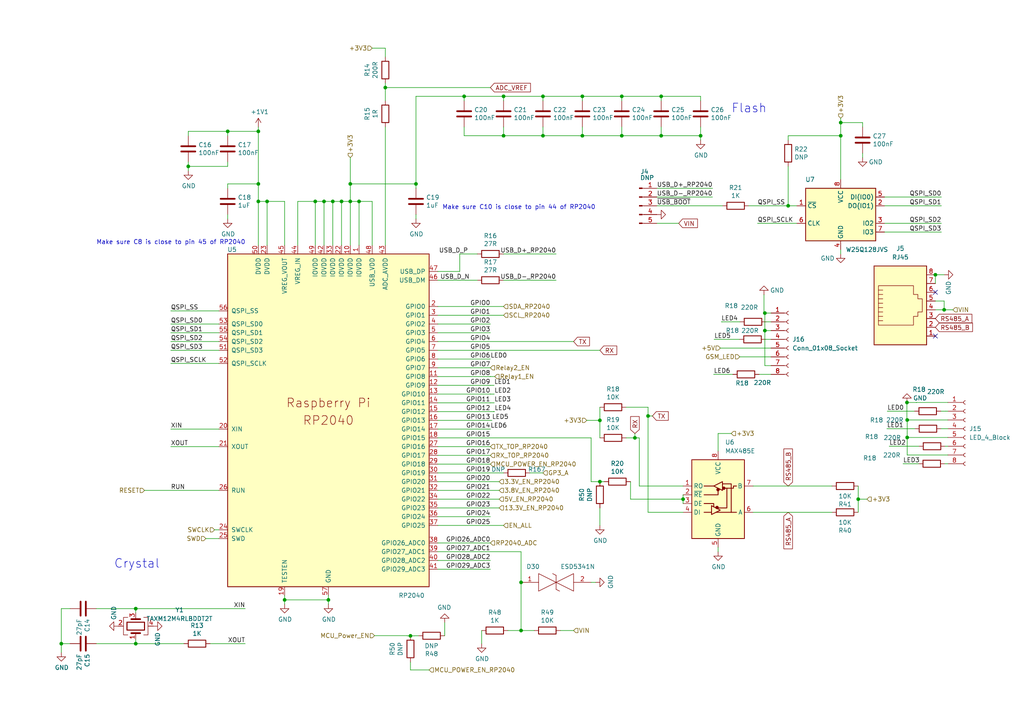
<source format=kicad_sch>
(kicad_sch (version 20231120) (generator "eeschema") (generator_version "7.99")
  (paper "A4")
  (lib_symbols
    (symbol "Connector:Conn_01x05_Male" (pin_names (offset 1.016) hide)
      (property "Reference" "J" (at 0 7.62 0))
      (property "Value" "Conn_01x05_Male" (at 0 -7.62 0))
      (symbol "Conn_01x05_Male_1_1"
        (pin passive line (at 5.08 5.08 180) (length 3.81) (name "Pin_1") (number "1"))
        (pin passive line (at 5.08 2.54 180) (length 3.81) (name "Pin_2") (number "2"))
        (pin passive line (at 5.08 0 180) (length 3.81) (name "Pin_3") (number "3"))
        (pin passive line (at 5.08 -2.54 180) (length 3.81) (name "Pin_4") (number "4"))
        (pin passive line (at 5.08 -5.08 180) (length 3.81) (name "Pin_5") (number "5"))
      )
    )
    (symbol "Connector:Conn_01x08_Socket" (pin_names (offset 1.016) hide)
      (property "Reference" "J" (at 0 10.16 0))
      (property "Value" "Conn_01x08_Socket" (at 0 -12.7 0))
      (symbol "Conn_01x08_Socket_1_1"
        (pin passive line (at -5.08 7.62 0) (length 3.81) (name "Pin_1") (number "1"))
        (pin passive line (at -5.08 5.08 0) (length 3.81) (name "Pin_2") (number "2"))
        (pin passive line (at -5.08 2.54 0) (length 3.81) (name "Pin_3") (number "3"))
        (pin passive line (at -5.08 0 0) (length 3.81) (name "Pin_4") (number "4"))
        (pin passive line (at -5.08 -2.54 0) (length 3.81) (name "Pin_5") (number "5"))
        (pin passive line (at -5.08 -5.08 0) (length 3.81) (name "Pin_6") (number "6"))
        (pin passive line (at -5.08 -7.62 0) (length 3.81) (name "Pin_7") (number "7"))
        (pin passive line (at -5.08 -10.16 0) (length 3.81) (name "Pin_8") (number "8"))
      )
    )
    (symbol "Connector:RJ45" (pin_names (offset 1.016))
      (property "Reference" "J" (at -5.08 13.97 0))
      (property "Value" "RJ45" (at 2.54 13.97 0))
      (symbol "RJ45_1_1"
        (pin passive line (at 10.16 -7.62 180) (length 2.54) (name "~") (number "1"))
        (pin passive line (at 10.16 -5.08 180) (length 2.54) (name "~") (number "2"))
        (pin passive line (at 10.16 -2.54 180) (length 2.54) (name "~") (number "3"))
        (pin passive line (at 10.16 0 180) (length 2.54) (name "~") (number "4"))
        (pin passive line (at 10.16 2.54 180) (length 2.54) (name "~") (number "5"))
        (pin passive line (at 10.16 5.08 180) (length 2.54) (name "~") (number "6"))
        (pin passive line (at 10.16 7.62 180) (length 2.54) (name "~") (number "7"))
        (pin passive line (at 10.16 10.16 180) (length 2.54) (name "~") (number "8"))
      )
    )
    (symbol "Device:C" (pin_numbers hide) (pin_names (offset 0.254))
      (property "Reference" "C" (at 0.635 2.54 0))
      (property "Value" "C" (at 0.635 -2.54 0))
      (symbol "C_1_1"
        (pin passive line (at 0 3.81 270) (length 2.794) (name "~") (number "1"))
        (pin passive line (at 0 -3.81 90) (length 2.794) (name "~") (number "2"))
      )
    )
    (symbol "Device:Crystal_GND24" (pin_names (offset 1.016) hide)
      (property "Reference" "Y" (at 3.175 5.08 0))
      (property "Value" "Crystal_GND24" (at 3.175 3.175 0))
      (symbol "Crystal_GND24_1_1"
        (pin passive line (at -3.81 0 0) (length 1.27) (name "1") (number "1"))
        (pin passive line (at 0 5.08 270) (length 1.27) (name "2") (number "2"))
        (pin passive line (at 3.81 0 180) (length 1.27) (name "3") (number "3"))
        (pin passive line (at 0 -5.08 90) (length 1.27) (name "4") (number "4"))
      )
    )
    (symbol "Device:R" (pin_numbers hide) (pin_names (offset 0))
      (property "Reference" "R" (at 2.032 0 90))
      (property "Value" "R" (at 0 0 90))
      (symbol "R_1_1"
        (pin passive line (at 0 3.81 270) (length 1.27) (name "~") (number "1"))
        (pin passive line (at 0 -3.81 90) (length 1.27) (name "~") (number "2"))
      )
    )
    (symbol "Interface_UART:MAX485E"
      (property "Reference" "U" (at -6.096 11.43 0))
      (property "Value" "MAX485E" (at 0.762 11.43 0))
      (symbol "MAX485E_1_1"
        (pin output line (at -10.16 2.54 0) (length 2.54) (name "RO") (number "1"))
        (pin input line (at -10.16 0 0) (length 2.54) (name "~{RE}") (number "2"))
        (pin input line (at -10.16 -2.54 0) (length 2.54) (name "DE") (number "3"))
        (pin input line (at -10.16 -5.08 0) (length 2.54) (name "DI") (number "4"))
        (pin power_in line (at 0 -15.24 90) (length 2.54) (name "GND") (number "5"))
        (pin bidirectional line (at 10.16 -5.08 180) (length 2.54) (name "A") (number "6"))
        (pin bidirectional line (at 10.16 2.54 180) (length 2.54) (name "B") (number "7"))
        (pin power_in line (at 0 12.7 270) (length 2.54) (name "VCC") (number "8"))
      )
    )
    (symbol "MCU_RaspberryPi_RP2040:RP2040" (pin_names (offset 1.016))
      (property "Reference" "U" (at -29.21 49.53 0))
      (property "Value" "RP2040" (at 24.13 -49.53 0))
      (symbol "RP2040_0_0"
        (text "Raspberry Pi" (at 0 5.08 0) (effects (font (size 2.54 2.54))))
        (text "RP2040" (at 0 0 0) (effects (font (size 2.54 2.54))))
      )
      (symbol "RP2040_1_1"
        (pin power_in line (at 8.89 50.8 270) (length 2.54) (name "IOVDD") (number "1"))
        (pin power_in line (at 6.35 50.8 270) (length 2.54) (name "IOVDD") (number "10"))
        (pin bidirectional line (at 31.75 12.7 180) (length 2.54) (name "GPIO8") (number "11"))
        (pin bidirectional line (at 31.75 10.16 180) (length 2.54) (name "GPIO9") (number "12"))
        (pin bidirectional line (at 31.75 7.62 180) (length 2.54) (name "GPIO10") (number "13"))
        (pin bidirectional line (at 31.75 5.08 180) (length 2.54) (name "GPIO11") (number "14"))
        (pin bidirectional line (at 31.75 2.54 180) (length 2.54) (name "GPIO12") (number "15"))
        (pin bidirectional line (at 31.75 0 180) (length 2.54) (name "GPIO13") (number "16"))
        (pin bidirectional line (at 31.75 -2.54 180) (length 2.54) (name "GPIO14") (number "17"))
        (pin bidirectional line (at 31.75 -5.08 180) (length 2.54) (name "GPIO15") (number "18"))
        (pin passive line (at -12.7 -50.8 90) (length 2.54) (name "TESTEN") (number "19"))
        (pin bidirectional line (at 31.75 33.02 180) (length 2.54) (name "GPIO0") (number "2"))
        (pin input line (at -31.75 -2.54 0) (length 2.54) (name "XIN") (number "20"))
        (pin passive line (at -31.75 -7.62 0) (length 2.54) (name "XOUT") (number "21"))
        (pin power_in line (at 3.81 50.8 270) (length 2.54) (name "IOVDD") (number "22"))
        (pin power_in line (at -17.78 50.8 270) (length 2.54) (name "DVDD") (number "23"))
        (pin output line (at -31.75 -31.75 0) (length 2.54) (name "SWCLK") (number "24"))
        (pin bidirectional line (at -31.75 -34.29 0) (length 2.54) (name "SWD") (number "25"))
        (pin input line (at -31.75 -20.32 0) (length 2.54) (name "RUN") (number "26"))
        (pin bidirectional line (at 31.75 -7.62 180) (length 2.54) (name "GPIO16") (number "27"))
        (pin bidirectional line (at 31.75 -10.16 180) (length 2.54) (name "GPIO17") (number "28"))
        (pin bidirectional line (at 31.75 -12.7 180) (length 2.54) (name "GPIO18") (number "29"))
        (pin bidirectional line (at 31.75 30.48 180) (length 2.54) (name "GPIO1") (number "3"))
        (pin bidirectional line (at 31.75 -15.24 180) (length 2.54) (name "GPIO19") (number "30"))
        (pin bidirectional line (at 31.75 -17.78 180) (length 2.54) (name "GPIO20") (number "31"))
        (pin bidirectional line (at 31.75 -20.32 180) (length 2.54) (name "GPIO21") (number "32"))
        (pin power_in line (at 1.27 50.8 270) (length 2.54) (name "IOVDD") (number "33"))
        (pin bidirectional line (at 31.75 -22.86 180) (length 2.54) (name "GPIO22") (number "34"))
        (pin bidirectional line (at 31.75 -25.4 180) (length 2.54) (name "GPIO23") (number "35"))
        (pin bidirectional line (at 31.75 -27.94 180) (length 2.54) (name "GPIO24") (number "36"))
        (pin bidirectional line (at 31.75 -30.48 180) (length 2.54) (name "GPIO25") (number "37"))
        (pin bidirectional line (at 31.75 -35.56 180) (length 2.54) (name "GPIO26_ADC0") (number "38"))
        (pin bidirectional line (at 31.75 -38.1 180) (length 2.54) (name "GPIO27_ADC1") (number "39"))
        (pin bidirectional line (at 31.75 27.94 180) (length 2.54) (name "GPIO2") (number "4"))
        (pin bidirectional line (at 31.75 -40.64 180) (length 2.54) (name "GPIO28_ADC2") (number "40"))
        (pin bidirectional line (at 31.75 -43.18 180) (length 2.54) (name "GPIO29_ADC3") (number "41"))
        (pin power_in line (at -1.27 50.8 270) (length 2.54) (name "IOVDD") (number "42"))
        (pin power_in line (at 16.51 50.8 270) (length 2.54) (name "ADC_AVDD") (number "43"))
        (pin power_in line (at -8.89 50.8 270) (length 2.54) (name "VREG_IN") (number "44"))
        (pin power_out line (at -12.7 50.8 270) (length 2.54) (name "VREG_VOUT") (number "45"))
        (pin bidirectional line (at 31.75 40.64 180) (length 2.54) (name "USB_DM") (number "46"))
        (pin bidirectional line (at 31.75 43.18 180) (length 2.54) (name "USB_DP") (number "47"))
        (pin power_in line (at 12.7 50.8 270) (length 2.54) (name "USB_VDD") (number "48"))
        (pin power_in line (at -3.81 50.8 270) (length 2.54) (name "IOVDD") (number "49"))
        (pin bidirectional line (at 31.75 25.4 180) (length 2.54) (name "GPIO3") (number "5"))
        (pin power_in line (at -20.32 50.8 270) (length 2.54) (name "DVDD") (number "50"))
        (pin bidirectional line (at -31.75 20.32 0) (length 2.54) (name "QSPI_SD3") (number "51"))
        (pin output line (at -31.75 16.51 0) (length 2.54) (name "QSPI_SCLK") (number "52"))
        (pin bidirectional line (at -31.75 27.94 0) (length 2.54) (name "QSPI_SD0") (number "53"))
        (pin bidirectional line (at -31.75 22.86 0) (length 2.54) (name "QSPI_SD2") (number "54"))
        (pin bidirectional line (at -31.75 25.4 0) (length 2.54) (name "QSPI_SD1") (number "55"))
        (pin bidirectional line (at -31.75 31.75 0) (length 2.54) (name "QSPI_SS") (number "56"))
        (pin power_in line (at 0 -50.8 90) (length 2.54) (name "GND") (number "57"))
        (pin bidirectional line (at 31.75 22.86 180) (length 2.54) (name "GPIO4") (number "6"))
        (pin bidirectional line (at 31.75 20.32 180) (length 2.54) (name "GPIO5") (number "7"))
        (pin bidirectional line (at 31.75 17.78 180) (length 2.54) (name "GPIO6") (number "8"))
        (pin bidirectional line (at 31.75 15.24 180) (length 2.54) (name "GPIO7") (number "9"))
      )
    )
    (symbol "Memory_Flash:W25Q128JVS"
      (property "Reference" "U" (at -8.89 8.89 0))
      (property "Value" "W25Q128JVS" (at 7.62 8.89 0))
      (symbol "W25Q128JVS_1_1"
        (pin input line (at -12.7 2.54 0) (length 2.54) (name "~{CS}") (number "1"))
        (pin bidirectional line (at 12.7 2.54 180) (length 2.54) (name "DO(IO1)") (number "2"))
        (pin bidirectional line (at 12.7 -2.54 180) (length 2.54) (name "IO2") (number "3"))
        (pin power_in line (at 0 -10.16 90) (length 2.54) (name "GND") (number "4"))
        (pin bidirectional line (at 12.7 5.08 180) (length 2.54) (name "DI(IO0)") (number "5"))
        (pin input line (at -12.7 -2.54 0) (length 2.54) (name "CLK") (number "6"))
        (pin bidirectional line (at 12.7 -5.08 180) (length 2.54) (name "IO3") (number "7"))
        (pin power_in line (at 0 10.16 270) (length 2.54) (name "VCC") (number "8"))
      )
    )
    (symbol "SP0402B-ULC-01ETG:SP0402B-ULC-01ETG" (pin_names (offset 0.762))
      (property "Reference" "D" (at 12.7 8.89 0))
      (property "Value" "SP0402B-ULC-01ETG" (at 12.7 6.35 0))
      (symbol "SP0402B-ULC-01ETG_0_0"
        (pin passive line (at 0 0 0) (length 5.08) (name "~") (number "1"))
        (pin passive line (at 20.32 0 180) (length 5.08) (name "~") (number "2"))
      )
    )
    (symbol "power:+1V1" (power) (pin_names (offset 0))
      (property "Value" "+1V1" (at 0 3.556 0))
      (symbol "+1V1_1_1"
        (pin power_in line (at 0 0 90) (length 0) hide (name "+1V1") (number "1"))
      )
    )
    (symbol "power:GND" (power) (pin_names (offset 0))
      (property "Value" "GND" (at 0 -3.81 0))
      (symbol "GND_1_1"
        (pin power_in line (at 0 0 270) (length 0) hide (name "GND") (number "1"))
      )
    )
  )
  (junction (at 111.76 25.4))
  (junction (at 54.61 48.26))
  (junction (at 221.8396 90.8043))
  (junction (at 271.3007 79.6916))
  (junction (at 39.37 186.69))
  (junction (at 151.13 182.88))
  (junction (at 180.34 27.94))
  (junction (at 101.6 58.42))
  (junction (at 263.1254 126.8876))
  (junction (at 273.8407 89.8516))
  (junction (at 95.25 173.99))
  (junction (at 74.93 58.42))
  (junction (at 180.34 39.37))
  (junction (at 221.8396 95.8843))
  (junction (at 263.1254 121.8163))
  (junction (at 17.78 186.69))
  (junction (at 173.99 139.7))
  (junction (at 263.0568 116.7363))
  (junction (at 104.14 58.42))
  (junction (at 187.96 120.65))
  (junction (at 248.92 144.78))
  (junction (at 39.37 176.53))
  (junction (at 93.98 58.42))
  (junction (at 151.13 168.91))
  (junction (at 96.52 58.42))
  (junction (at 82.55 173.99))
  (junction (at 74.93 38.1))
  (junction (at 91.44 58.42))
  (junction (at 168.91 39.37))
  (junction (at 101.6 53.34))
  (junction (at 198.12 144.78))
  (junction (at 134.62 27.94))
  (junction (at 157.48 27.94))
  (junction (at 228.6 59.69))
  (junction (at 66.04 38.1))
  (junction (at 74.93 53.34))
  (junction (at 99.06 58.42))
  (junction (at 191.77 39.37))
  (junction (at 173.99 121.92))
  (junction (at 120.65 53.34))
  (junction (at 191.77 27.94))
  (junction (at 168.91 27.94))
  (junction (at 77.47 58.42))
  (junction (at 119.0481 184.4174))
  (junction (at 146.05 27.94))
  (junction (at 157.48 39.37))
  (junction (at 184.15 127))
  (junction (at 243.84 39.37))
  (junction (at 243.84 35.56))
  (junction (at 203.2 39.37))
  (junction (at 146.05 39.37))
  (no_connect (at 271.3007 97.4716))
  (no_connect (at 271.3007 84.7716))
  (wire (pts (xy 111.76 36.83) (xy 111.76 71.12)))
  (wire (pts (xy 49.53 124.46) (xy 63.5 124.46)))
  (wire (pts (xy 59.69 156.21) (xy 63.5 156.21)))
  (wire (pts (xy 191.77 39.37) (xy 203.2 39.37)))
  (wire (pts (xy 66.04 53.34) (xy 74.93 53.34)))
  (wire (pts (xy 127 160.02) (xy 151.13 160.02)))
  (wire (pts (xy 191.77 27.94) (xy 203.2 27.94)))
  (wire (pts (xy 143.1694 119.3787) (xy 143.1694 119.38)))
  (wire (pts (xy 101.6 58.42) (xy 104.14 58.42)))
  (wire (pts (xy 180.34 27.94) (xy 191.77 27.94)))
  (wire (pts (xy 142.24 114.3018) (xy 142.24 114.3)))
  (wire (pts (xy 143.4165 119.3774) (xy 143.4234 119.3787)))
  (wire (pts (xy 221.8396 90.8043) (xy 221.8396 95.8843)))
  (wire (pts (xy 142.24 109.2128) (xy 142.24 109.22)))
  (wire (pts (xy 82.55 173.99) (xy 95.25 173.99)))
  (wire (pts (xy 142.24 116.8403) (xy 142.24 116.84)))
  (wire (pts (xy 143.3631 116.8403) (xy 142.24 116.8403)))
  (wire (pts (xy 180.34 39.37) (xy 168.91 39.37)))
  (wire (pts (xy 127 149.86) (xy 142.24 149.86)))
  (wire (pts (xy 39.37 186.69) (xy 53.34 186.69)))
  (wire (pts (xy 142.6874 121.92) (xy 127 121.92)))
  (wire (pts (xy 191.77 29.21) (xy 191.77 27.94)))
  (wire (pts (xy 86.36 58.42) (xy 91.44 58.42)))
  (wire (pts (xy 108.6275 184.3647) (xy 118.11 184.3647)))
  (wire (pts (xy 146.05 27.94) (xy 157.48 27.94)))
  (wire (pts (xy 207.0067 108.5843) (xy 212.5516 108.5843)))
  (wire (pts (xy 54.61 46.99) (xy 54.61 48.26)))
  (wire (pts (xy 228.6 48.26) (xy 228.6 59.69)))
  (wire (pts (xy 127 142.24) (xy 144.78 142.24)))
  (wire (pts (xy 127 104.14) (xy 142.24 104.14)))
  (wire (pts (xy 95.25 173.99) (xy 95.25 175.26)))
  (wire (pts (xy 111.76 13.97) (xy 107.95 13.97)))
  (wire (pts (xy 271.3007 79.6916) (xy 271.3007 82.2316)))
  (wire (pts (xy 184.15 125.73) (xy 184.15 127)))
  (wire (pts (xy 272.8769 119.2612) (xy 274.3404 119.2612)))
  (wire (pts (xy 185.42 140.97) (xy 185.42 127)))
  (wire (pts (xy 127 106.68) (xy 142.24 106.68)))
  (wire (pts (xy 27.94 176.53) (xy 39.37 176.53)))
  (wire (pts (xy 120.65 27.94) (xy 120.65 53.34)))
  (wire (pts (xy 143.3159 111.7647) (xy 142.24 111.7647)))
  (wire (pts (xy 101.6 53.34) (xy 101.6 58.42)))
  (wire (pts (xy 153.67 137.16) (xy 157.48 137.16)))
  (wire (pts (xy 208.9282 100.9521) (xy 208.9282 100.9643)))
  (wire (pts (xy 274.9191 116.7276) (xy 265.8174 116.7276)))
  (wire (pts (xy 60.96 186.69) (xy 71.12 186.69)))
  (wire (pts (xy 274.137 129.4276) (xy 274.9191 129.4276)))
  (wire (pts (xy 127 96.52) (xy 142.24 96.52)))
  (wire (pts (xy 207.1393 98.4253) (xy 207.1393 98.4243)))
  (wire (pts (xy 93.98 58.42) (xy 96.52 58.42)))
  (wire (pts (xy 223.6347 95.8843) (xy 221.8396 95.8843)))
  (wire (pts (xy 212.09 125.73) (xy 208.28 125.73)))
  (wire (pts (xy 157.48 27.94) (xy 168.91 27.94)))
  (wire (pts (xy 248.92 144.78) (xy 248.92 148.59)))
  (wire (pts (xy 66.04 54.61) (xy 66.04 53.34)))
  (wire (pts (xy 74.93 53.34) (xy 74.93 58.42)))
  (wire (pts (xy 20.32 176.53) (xy 17.78 176.53)))
  (wire (pts (xy 273.8407 89.8516) (xy 271.3007 89.8516)))
  (wire (pts (xy 203.2 36.83) (xy 203.2 39.37)))
  (wire (pts (xy 99.06 71.12) (xy 99.06 58.42)))
  (wire (pts (xy 142.24 124.4539) (xy 142.24 124.46)))
  (wire (pts (xy 127 144.78) (xy 144.78 144.78)))
  (wire (pts (xy 263.0381 116.7363) (xy 263.0381 121.8163)))
  (wire (pts (xy 127 127) (xy 171.45 127)))
  (wire (pts (xy 180.34 29.21) (xy 180.34 27.94)))
  (wire (pts (xy 171.45 139.7) (xy 173.99 139.7)))
  (wire (pts (xy 146.05 39.37) (xy 134.62 39.37)))
  (wire (pts (xy 221.8396 95.8843) (xy 221.8396 106.0443)))
  (wire (pts (xy 118.11 184.3647) (xy 118.11 184.4174)))
  (wire (pts (xy 111.76 16.51) (xy 111.76 13.97)))
  (wire (pts (xy 221.8396 106.0443) (xy 223.6347 106.0443)))
  (wire (pts (xy 143.1694 119.38) (xy 127 119.38)))
  (wire (pts (xy 63.5 90.17) (xy 49.53 90.17)))
  (wire (pts (xy 274.9191 131.9676) (xy 263.1254 131.9676)))
  (wire (pts (xy 111.76 25.4) (xy 142.24 25.4)))
  (wire (pts (xy 207.0067 108.5876) (xy 207.0067 108.5843)))
  (wire (pts (xy 111.76 25.4) (xy 111.76 24.13)))
  (wire (pts (xy 198.12 144.78) (xy 198.12 146.05)))
  (wire (pts (xy 273.8407 89.8516) (xy 276.3807 89.8516)))
  (wire (pts (xy 222.2145 93.3443) (xy 223.6347 93.3443)))
  (wire (pts (xy 208.28 158.75) (xy 208.28 160.02)))
  (wire (pts (xy 209.4507 93.3443) (xy 214.5945 93.3443)))
  (wire (pts (xy 66.04 39.37) (xy 66.04 38.1)))
  (wire (pts (xy 77.47 58.42) (xy 74.93 58.42)))
  (wire (pts (xy 146.05 36.83) (xy 146.05 39.37)))
  (wire (pts (xy 49.53 96.52) (xy 63.5 96.52)))
  (wire (pts (xy 256.54 67.31) (xy 273.05 67.31)))
  (wire (pts (xy 203.2 39.37) (xy 203.2 40.64)))
  (wire (pts (xy 134.62 27.94) (xy 146.05 27.94)))
  (wire (pts (xy 127 81.28) (xy 138.43 81.28)))
  (wire (pts (xy 74.93 58.42) (xy 74.93 71.12)))
  (wire (pts (xy 274.3404 119.2676) (xy 274.9191 119.2676)))
  (wire (pts (xy 127 114.3) (xy 142.24 114.3)))
  (wire (pts (xy 127 162.56) (xy 142.24 162.56)))
  (wire (pts (xy 127 147.32) (xy 144.78 147.32)))
  (wire (pts (xy 180.34 36.83) (xy 180.34 39.37)))
  (wire (pts (xy 107.95 71.12) (xy 107.95 58.42)))
  (wire (pts (xy 134.62 27.94) (xy 120.65 27.94)))
  (wire (pts (xy 168.91 29.21) (xy 168.91 27.94)))
  (wire (pts (xy 146.05 73.66) (xy 161.29 73.66)))
  (wire (pts (xy 203.2 29.21) (xy 203.2 27.94)))
  (wire (pts (xy 221.586 85.4822) (xy 221.586 90.8043)))
  (wire (pts (xy 120.65 62.23) (xy 120.65 63.5)))
  (wire (pts (xy 101.6 53.34) (xy 101.6 45.72)))
  (wire (pts (xy 49.53 101.6) (xy 63.5 101.6)))
  (wire (pts (xy 218.44 140.97) (xy 241.3 140.97)))
  (wire (pts (xy 120.2138 184.4174) (xy 120.2138 184.3979)))
  (wire (pts (xy 184.15 127) (xy 181.61 127)))
  (wire (pts (xy 77.47 71.12) (xy 77.47 58.42)))
  (wire (pts (xy 209.55 59.69) (xy 190.5 59.69)))
  (wire (pts (xy 20.32 186.69) (xy 17.78 186.69)))
  (wire (pts (xy 120.2138 184.3979) (xy 121.3665 184.3979)))
  (wire (pts (xy 127 99.06) (xy 166.37 99.06)))
  (wire (pts (xy 49.53 99.06) (xy 63.5 99.06)))
  (wire (pts (xy 127 91.44) (xy 146.05 91.44)))
  (wire (pts (xy 166.37 182.88) (xy 162.56 182.88)))
  (wire (pts (xy 127 88.9) (xy 146.05 88.9)))
  (wire (pts (xy 82.55 71.12) (xy 82.55 58.42)))
  (wire (pts (xy 208.9282 100.9643) (xy 223.6347 100.9643)))
  (wire (pts (xy 101.6 53.34) (xy 120.65 53.34)))
  (wire (pts (xy 191.77 36.83) (xy 191.77 39.37)))
  (wire (pts (xy 223.6347 90.8043) (xy 221.8396 90.8043)))
  (wire (pts (xy 228.6 39.37) (xy 243.84 39.37)))
  (wire (pts (xy 187.96 120.65) (xy 189.23 120.65)))
  (wire (pts (xy 173.99 121.92) (xy 173.99 127)))
  (wire (pts (xy 265.8174 116.7363) (xy 263.0568 116.7363)))
  (wire (pts (xy 147.32 182.88) (xy 151.13 182.88)))
  (wire (pts (xy 214.5582 103.477) (xy 214.5582 103.5043)))
  (wire (pts (xy 104.14 58.42) (xy 104.14 71.12)))
  (wire (pts (xy 217.17 59.69) (xy 228.6 59.69)))
  (wire (pts (xy 263.1254 121.8163) (xy 263.1254 126.8876)))
  (wire (pts (xy 63.5 129.54) (xy 49.53 129.54)))
  (wire (pts (xy 257.3361 119.2612) (xy 265.2569 119.2612)))
  (wire (pts (xy 104.14 58.42) (xy 107.95 58.42)))
  (wire (pts (xy 190.5 54.61) (xy 206.6838 54.61)))
  (wire (pts (xy 111.76 25.4) (xy 111.76 29.21)))
  (wire (pts (xy 263.0568 116.7363) (xy 263.0381 116.7363)))
  (wire (pts (xy 86.36 71.12) (xy 86.36 58.42)))
  (wire (pts (xy 74.93 36.83) (xy 74.93 38.1)))
  (wire (pts (xy 142.24 111.7647) (xy 142.24 111.76)))
  (wire (pts (xy 198.12 140.97) (xy 185.42 140.97)))
  (wire (pts (xy 243.84 39.37) (xy 243.84 52.07)))
  (wire (pts (xy 172.72 168.91) (xy 171.45 168.91)))
  (wire (pts (xy 127 116.84) (xy 142.24 116.84)))
  (wire (pts (xy 54.61 48.26) (xy 54.61 49.53)))
  (wire (pts (xy 187.96 120.65) (xy 187.96 118.11)))
  (wire (pts (xy 74.93 38.1) (xy 74.93 53.34)))
  (wire (pts (xy 187.96 118.11) (xy 181.61 118.11)))
  (wire (pts (xy 272.9551 124.3476) (xy 274.9191 124.3476)))
  (wire (pts (xy 198.12 148.59) (xy 187.96 148.59)))
  (wire (pts (xy 151.13 168.91) (xy 151.13 182.88)))
  (wire (pts (xy 170.18 121.92) (xy 173.99 121.92)))
  (wire (pts (xy 273.8407 87.3116) (xy 271.3007 87.3116)))
  (wire (pts (xy 173.99 139.7) (xy 175.26 139.7)))
  (wire (pts (xy 127 139.7) (xy 144.78 139.7)))
  (wire (pts (xy 133.35 73.66) (xy 138.43 73.66)))
  (wire (pts (xy 82.55 172.72) (xy 82.55 173.99)))
  (wire (pts (xy 221.586 90.8043) (xy 221.8396 90.8043)))
  (wire (pts (xy 82.55 173.99) (xy 82.55 175.26)))
  (wire (pts (xy 17.78 186.69) (xy 17.78 189.23)))
  (wire (pts (xy 182.88 144.78) (xy 182.88 139.7)))
  (wire (pts (xy 127 132.08) (xy 142.24 132.08)))
  (wire (pts (xy 127 157.48) (xy 142.24 157.48)))
  (wire (pts (xy 187.96 148.59) (xy 187.96 120.65)))
  (wire (pts (xy 134.62 36.83) (xy 134.62 39.37)))
  (wire (pts (xy 143.3693 114.3018) (xy 142.24 114.3018)))
  (wire (pts (xy 146.05 29.21) (xy 146.05 27.94)))
  (wire (pts (xy 139.7 186.69) (xy 139.7 182.88)))
  (wire (pts (xy 63.5 105.41) (xy 49.53 105.41)))
  (wire (pts (xy 27.94 186.69) (xy 39.37 186.69)))
  (wire (pts (xy 95.25 172.72) (xy 95.25 173.99)))
  (wire (pts (xy 17.78 176.53) (xy 17.78 186.69)))
  (wire (pts (xy 191.77 39.37) (xy 180.34 39.37)))
  (wire (pts (xy 99.06 58.42) (xy 101.6 58.42)))
  (wire (pts (xy 185.42 127) (xy 184.15 127)))
  (wire (pts (xy 66.04 38.1) (xy 74.93 38.1)))
  (wire (pts (xy 198.12 144.78) (xy 182.88 144.78)))
  (wire (pts (xy 228.6 40.64) (xy 228.6 39.37)))
  (wire (pts (xy 256.54 59.69) (xy 273.05 59.69)))
  (wire (pts (xy 127 152.4) (xy 146.05 152.4)))
  (wire (pts (xy 96.52 71.12) (xy 96.52 58.42)))
  (wire (pts (xy 250.19 44.45) (xy 250.19 45.72)))
  (wire (pts (xy 133.35 73.66) (xy 133.35 78.74)))
  (wire (pts (xy 256.54 57.15) (xy 273.05 57.15)))
  (wire (pts (xy 248.92 140.97) (xy 248.92 144.78)))
  (wire (pts (xy 261.92 134.5076) (xy 266.4376 134.5076)))
  (wire (pts (xy 41.91 142.24) (xy 63.5 142.24)))
  (wire (pts (xy 173.99 152.4) (xy 173.99 147.32)))
  (wire (pts (xy 263.1254 126.8876) (xy 263.1254 131.9676)))
  (wire (pts (xy 128.9865 180.5879) (xy 128.9865 184.3979)))
  (wire (pts (xy 273.8407 89.8516) (xy 273.8407 87.3116)))
  (wire (pts (xy 127 93.98) (xy 142.24 93.98)))
  (wire (pts (xy 134.62 29.21) (xy 134.62 27.94)))
  (wire (pts (xy 49.53 93.98) (xy 63.5 93.98)))
  (wire (pts (xy 274.0576 134.5076) (xy 274.9191 134.5076)))
  (wire (pts (xy 273.8407 79.6916) (xy 271.3007 79.6916)))
  (wire (pts (xy 257.238 124.3476) (xy 265.3351 124.3476)))
  (wire (pts (xy 127 109.22) (xy 142.24 109.22)))
  (wire (pts (xy 157.48 39.37) (xy 146.05 39.37)))
  (wire (pts (xy 118.11 184.4174) (xy 119.0481 184.4174)))
  (wire (pts (xy 257.9018 129.4276) (xy 266.517 129.4276)))
  (wire (pts (xy 54.61 38.1) (xy 66.04 38.1)))
  (wire (pts (xy 157.48 36.83) (xy 157.48 39.37)))
  (wire (pts (xy 127 129.54) (xy 142.24 129.54)))
  (wire (pts (xy 119.0481 184.4174) (xy 120.2138 184.4174)))
  (wire (pts (xy 54.61 48.26) (xy 66.04 48.26)))
  (wire (pts (xy 127 111.76) (xy 142.24 111.76)))
  (wire (pts (xy 91.44 71.12) (xy 91.44 58.42)))
  (wire (pts (xy 93.98 71.12) (xy 93.98 58.42)))
  (wire (pts (xy 62.23 153.67) (xy 63.5 153.67)))
  (wire (pts (xy 243.84 35.56) (xy 243.84 39.37)))
  (wire (pts (xy 127 134.62) (xy 142.24 134.62)))
  (wire (pts (xy 82.55 58.42) (xy 77.47 58.42)))
  (wire (pts (xy 173.99 118.11) (xy 173.99 121.92)))
  (wire (pts (xy 127 78.74) (xy 133.35 78.74)))
  (wire (pts (xy 171.45 139.7) (xy 171.45 127)))
  (wire (pts (xy 143.4918 109.2128) (xy 142.24 109.2128)))
  (wire (pts (xy 274.9191 126.8876) (xy 263.1254 126.8876)))
  (wire (pts (xy 168.91 39.37) (xy 157.48 39.37)))
  (wire (pts (xy 66.04 48.26) (xy 66.04 46.99)))
  (wire (pts (xy 222.0746 98.4243) (xy 223.6347 98.4243)))
  (wire (pts (xy 243.84 34.29) (xy 243.84 35.56)))
  (wire (pts (xy 219.71 64.77) (xy 231.14 64.77)))
  (wire (pts (xy 127 124.46) (xy 142.24 124.46)))
  (wire (pts (xy 228.6 59.69) (xy 231.14 59.69)))
  (wire (pts (xy 243.84 72.39) (xy 243.84 73.66)))
  (wire (pts (xy 250.19 36.83) (xy 250.19 35.56)))
  (wire (pts (xy 274.3404 119.2612) (xy 274.3404 119.2676)))
  (wire (pts (xy 196.85 64.77) (xy 190.5 64.77)))
  (wire (pts (xy 151.13 182.88) (xy 154.94 182.88)))
  (wire (pts (xy 207.1393 98.4243) (xy 214.4546 98.4243)))
  (wire (pts (xy 66.04 62.23) (xy 66.04 63.5)))
  (wire (pts (xy 263.0381 121.8163) (xy 263.1254 121.8163)))
  (wire (pts (xy 263.1254 121.8076) (xy 263.1254 121.8163)))
  (wire (pts (xy 220.1716 108.5843) (xy 223.6347 108.5843)))
  (wire (pts (xy 265.8174 116.7276) (xy 265.8174 116.7363)))
  (wire (pts (xy 218.44 148.59) (xy 241.3 148.59)))
  (wire (pts (xy 39.37 177.8) (xy 39.37 176.53)))
  (wire (pts (xy 101.6 71.12) (xy 101.6 58.42)))
  (wire (pts (xy 39.37 176.53) (xy 71.12 176.53)))
  (wire (pts (xy 263.1254 121.8076) (xy 274.9191 121.8076)))
  (wire (pts (xy 39.37 185.42) (xy 39.37 186.69)))
  (wire (pts (xy 143.1694 119.3787) (xy 143.4165 119.3774)))
  (wire (pts (xy 214.5582 103.5043) (xy 223.6347 103.5043)))
  (wire (pts (xy 256.54 64.77) (xy 273.05 64.77)))
  (wire (pts (xy 198.12 143.51) (xy 198.12 144.78)))
  (wire (pts (xy 146.05 81.28) (xy 161.29 81.28)))
  (wire (pts (xy 120.65 54.61) (xy 120.65 53.34)))
  (wire (pts (xy 251.46 144.78) (xy 248.92 144.78)))
  (wire (pts (xy 127 165.1) (xy 142.24 165.1)))
  (wire (pts (xy 168.91 27.94) (xy 180.34 27.94)))
  (wire (pts (xy 209.4507 93.3472) (xy 209.4507 93.3443)))
  (wire (pts (xy 91.44 58.42) (xy 93.98 58.42)))
  (wire (pts (xy 127 101.6) (xy 173.99 101.6)))
  (wire (pts (xy 96.52 58.42) (xy 99.06 58.42)))
  (wire (pts (xy 250.19 35.56) (xy 243.84 35.56)))
  (wire (pts (xy 157.48 29.21) (xy 157.48 27.94)))
  (wire (pts (xy 190.5 57.15) (xy 206.6613 57.15)))
  (wire (pts (xy 168.91 36.83) (xy 168.91 39.37)))
  (wire (pts (xy 54.61 39.37) (xy 54.61 38.1)))
  (wire (pts (xy 119.0481 194.31) (xy 119.0481 192.0374)))
  (wire (pts (xy 208.28 125.73) (xy 208.28 130.81)))
  (wire (pts (xy 209.1967 93.3472) (xy 209.4507 93.3472)))
  (wire (pts (xy 151.13 160.02) (xy 151.13 168.91)))
  (wire (pts (xy 127 137.16) (xy 146.05 137.16)))
  (wire (pts (xy 124.46 194.31) (xy 119.0481 194.31)))
  (text "Make sure C8 is close to pin 45 of RP2040" (at 27.94 71.12 0) (effects (font (size 1.27 1.27)) (justify left bottom)))
  (text "Make sure C10 is close to pin 44 of RP2040" (at 128.27 60.96 0) (effects (font (size 1.27 1.27)) (justify left bottom)))
  (text "Flash" (at 212.09 33.02 0) (effects (font (size 2.54 2.54)) (justify left bottom)))
  (text "Crystal" (at 33.02 165.1 0) (effects (font (size 2.54 2.54)) (justify left bottom)))
  (label "LED3" (at 261.92 134.5076 0))
  (label "USB_D_P" (at 135.7763 73.66 180))
  (label "GPIO22" (at 142.24 144.78 180))
  (label "GPIO17" (at 142.24 132.08 180))
  (label "GPIO9" (at 142.24 111.7647 180))
  (label "XIN" (at 71.12 176.53 180))
  (label "LED3" (at 143.3631 116.8403 0))
  (label "USB_D+_RP2040" (at 161.29 73.66 180))
  (label "GPIO5" (at 142.24 101.6 180))
  (label "GPIO15" (at 142.24 127 180))
  (label "LED4" (at 143.4234 119.3787 0))
  (label "QSPI_SD0" (at 49.53 93.98 0))
  (label "GPIO18" (at 142.24 134.62 180))
  (label "LED2" (at 143.3693 114.3018 0))
  (label "GPIO26_ADC0" (at 142.24 157.48 180))
  (label "GPIO24" (at 142.24 149.86 180))
  (label "QSPI_SD2" (at 49.53 99.06 0))
  (label "GPIO27_ADC1" (at 142.24 160.02 180))
  (label "QSPI_SCLK" (at 219.71 64.77 0))
  (label "LED6" (at 142.24 124.46 0))
  (label "GPIO7" (at 142.24 106.68 180))
  (label "GPIO14" (at 142.24 124.4539 180))
  (label "GPIO3" (at 142.24 96.52 180))
  (label "LED0" (at 142.24 104.14 0))
  (label "GPIO0" (at 142.24 88.9 180))
  (label "LED1" (at 257.238 124.3476 0))
  (label "QSPI_SD3" (at 273.05 67.31 180))
  (label "GPIO11" (at 142.24 116.8403 180))
  (label "LED6" (at 207.0067 108.5876 0))
  (label "QSPI_SD0" (at 273.05 57.15 180))
  (label "USB_D-_RP2040" (at 206.6613 57.15 180))
  (label "GPIO4" (at 142.24 99.06 180))
  (label "LED5" (at 142.6874 121.92 0))
  (label "GPIO20" (at 142.24 139.7 180))
  (label "~{USB_BOOT}" (at 190.5 59.69 0))
  (label "GPIO13" (at 142.24 121.92 180))
  (label "LED0" (at 257.3361 119.2612 0))
  (label "GPIO12" (at 142.24 119.38 180))
  (label "GPIO6" (at 142.24 104.14 180))
  (label "LED5" (at 207.1393 98.4253 0))
  (label "GPIO29_ADC3" (at 142.24 165.1 180))
  (label "GPIO1" (at 142.24 91.44 180))
  (label "GPIO28_ADC2" (at 142.24 162.56 180))
  (label "QSPI_SCLK" (at 49.53 105.41 0))
  (label "QSPI_SS" (at 49.53 90.17 0))
  (label "GPIO23" (at 142.24 147.32 180))
  (label "QSPI_SD3" (at 49.53 101.6 0))
  (label "USB_D+_RP2040" (at 206.6838 54.61 180))
  (label "LED2" (at 257.9018 129.4276 0))
  (label "LED1" (at 143.3159 111.7647 0))
  (label "RUN" (at 49.53 142.24 0))
  (label "USB_D_N" (at 136.2125 81.28 180))
  (label "GPIO19" (at 142.24 137.16 180))
  (label "GPIO10" (at 142.24 114.3 180))
  (label "QSPI_SD1" (at 273.05 59.69 180))
  (label "QSPI_SD2" (at 273.05 64.77 180))
  (label "GPIO16" (at 142.24 129.54 180))
  (label "XOUT" (at 49.53 129.54 0))
  (label "QSPI_SD1" (at 49.53 96.52 0))
  (label "GPIO8" (at 142.24 109.2128 180))
  (label "XOUT" (at 71.12 186.69 180))
  (label "GPIO25" (at 142.24 152.4 180))
  (label "QSPI_SS" (at 219.71 59.69 0))
  (label "XIN" (at 49.53 124.46 0))
  (label "LED4" (at 209.1967 93.3472 0))
  (label "GPIO21" (at 142.24 142.24 180))
  (label "GPIO2" (at 142.24 93.98 180))
  (label "USB_D-_RP2040" (at 161.29 81.28 180))
  (global_label "RS485_B" (shape input) (at 271.3007 94.9316 0) (property "Intersheetrefs" "${INTERSHEET_REFS}" (effects (hide yes))))
  (global_label "ADC_VREF" (shape input) (at 142.24 25.4 0) (property "Intersheetrefs" "${INTERSHEET_REFS}" (effects (hide yes))))
  (global_label "RS485_A" (shape input) (at 228.6 148.59 270) (property "Intersheetrefs" "${INTERSHEET_REFS}" (effects (hide yes))))
  (global_label "RX" (shape input) (at 173.99 101.6 0) (property "Intersheetrefs" "${INTERSHEET_REFS}" (effects (hide yes))))
  (global_label "RS485_B" (shape input) (at 228.6 140.97 90) (property "Intersheetrefs" "${INTERSHEET_REFS}" (effects (hide yes))))
  (global_label "TX" (shape input) (at 189.23 120.65 0) (property "Intersheetrefs" "${INTERSHEET_REFS}" (effects (hide yes))))
  (global_label "RX" (shape input) (at 184.15 125.73 90) (property "Intersheetrefs" "${INTERSHEET_REFS}" (effects (hide yes))))
  (global_label "VIN" (shape input) (at 196.85 64.77 0) (property "Intersheetrefs" "${INTERSHEET_REFS}" (effects (hide yes))))
  (global_label "TX" (shape input) (at 166.37 99.06 0) (property "Intersheetrefs" "${INTERSHEET_REFS}" (effects (hide yes))))
  (global_label "RS485_A" (shape input) (at 271.3007 92.3916 0) (property "Intersheetrefs" "${INTERSHEET_REFS}" (effects (hide yes))))
  (hierarchical_label "GP3_A" (shape input) (at 157.48 137.16 0))
  (hierarchical_label "EN_ALL" (shape input) (at 146.05 152.4 0))
  (hierarchical_label "+3V3" (shape input) (at 101.6 45.72 90))
  (hierarchical_label "+3V3" (shape input) (at 212.09 125.73 0))
  (hierarchical_label "MCU_Power_EN" (shape input) (at 108.6275 184.3647 180))
  (hierarchical_label "SCL_RP2040" (shape input) (at 146.05 91.44 0))
  (hierarchical_label "+3V3" (shape input) (at 107.95 13.97 180))
  (hierarchical_label "RP2040_ADC" (shape input) (at 142.24 157.48 0))
  (hierarchical_label "SDA_RP2040" (shape input) (at 146.05 88.9 0))
  (hierarchical_label "VIN" (shape input) (at 276.3807 89.8516 0))
  (hierarchical_label "SWCLK" (shape input) (at 62.23 153.67 180))
  (hierarchical_label "Relay2_EN" (shape input) (at 142.24 106.68 0))
  (hierarchical_label "VIN" (shape input) (at 166.37 182.88 0))
  (hierarchical_label "RX_TOP_RP2040" (shape input) (at 142.24 132.08 0))
  (hierarchical_label "5V_EN_RP2040" (shape input) (at 144.78 144.78 0))
  (hierarchical_label "+3V3" (shape input) (at 170.18 121.92 180))
  (hierarchical_label "13.3V_EN_RP2040" (shape input) (at 144.78 147.32 0))
  (hierarchical_label "MCU_POWER_EN_RP2040" (shape input) (at 142.24 134.62 0))
  (hierarchical_label "3.3V_EN_RP2040" (shape input) (at 144.78 139.7 0))
  (hierarchical_label "3.8V_EN_RP2040" (shape input) (at 144.78 142.24 0))
  (hierarchical_label "+3V3" (shape input) (at 251.46 144.78 0))
  (hierarchical_label "TX_TOP_RP2040" (shape input) (at 142.24 129.54 0))
  (hierarchical_label "SWD" (shape input) (at 59.69 156.21 180))
  (hierarchical_label "GSM_LED" (shape input) (at 214.5582 103.477 180))
  (hierarchical_label "+5V" (shape input) (at 208.9282 100.9521 180))
  (hierarchical_label "+3V3" (shape input) (at 243.84 34.29 90))
  (hierarchical_label "RESET" (shape input) (at 41.91 142.24 180))
  (hierarchical_label "Relay1_EN" (shape input) (at 143.4918 109.2128 0))
  (hierarchical_label "MCU_POWER_EN_RP2040" (shape input) (at 124.46 194.31 0))
  (symbol (lib_id "Device:R") (at 57.15 186.69 270) (unit 1)
    (property "Reference" "R13" (at 57.15 181.4322 90))
    (property "Value" "1K" (at 57.15 183.7436 90))
    (property "Footprint" "Resistor_SMD:R_0603_1608Metric" (effects (hide yes)))
  )
  (symbol (lib_id "Device:C") (at 24.13 186.69 270) (unit 1)
    (property "Reference" "C15" (at 25.2984 189.611 0) (effects (justify left)))
    (property "Value" "27pF" (at 22.987 189.611 0) (effects (justify left)))
    (property "Footprint" "Capacitor_SMD:C_0603_1608Metric" (effects (hide yes)))
  )
  (symbol (lib_id "Device:C") (at 24.13 176.53 270) (unit 1)
    (property "Reference" "C14" (at 25.2984 179.451 0) (effects (justify left)))
    (property "Value" "27pF" (at 22.987 179.451 0) (effects (justify left)))
    (property "Footprint" "Capacitor_SMD:C_0603_1608Metric" (effects (hide yes)))
  )
  (symbol (lib_id "Device:C") (at 191.77 33.02 0) (unit 1)
    (property "Reference" "C25" (at 194.691 31.8516 0) (effects (justify left)))
    (property "Value" "100nF" (at 194.691 34.163 0) (effects (justify left)))
    (property "Footprint" "Capacitor_SMD:C_0402_1005Metric" (effects (hide yes)))
  )
  (symbol (lib_id "Device:R") (at 269.1451 124.3476 90) (unit 1)
    (property "Reference" "R18" (at 254.2422 121.851 90))
    (property "Value" "220R" (at 259.5396 121.8334 90))
    (property "Footprint" "Resistor_SMD:R_0603_1608Metric" (effects (hide yes)))
  )
  (symbol (lib_id "Device:R") (at 270.2476 134.5076 90) (unit 1)
    (property "Reference" "R18" (at 252.2744 132.8663 90))
    (property "Value" "220R" (at 258.6591 132.0151 90))
    (property "Footprint" "Resistor_SMD:R_0603_1608Metric" (effects (hide yes)))
  )
  (symbol (lib_id "power:GND") (at 17.78 189.23 0) (unit 1)
    (property "Reference" "#PWR0135" (effects (hide yes)))
    (property "Value" "GND" (at 17.907 193.6242 0))
  )
  (symbol (lib_id "Device:R") (at 142.24 73.66 270) (unit 1)
    (property "Reference" "R16" (at 142.24 68.4022 90))
    (property "Value" "27R" (at 142.24 70.7136 90))
    (property "Footprint" "Resistor_SMD:R_0603_1608Metric" (effects (hide yes)))
  )
  (symbol (lib_id "SP0402B-ULC-01ETG:SP0402B-ULC-01ETG") (at 151.13 168.91 0) (unit 1)
    (property "Reference" "D30" (at 152.654 164.338 0) (effects (justify left)))
    (property "Value" "ESD5341N" (at 162.56 164.338 0) (effects (justify left)))
    (property "Footprint" "ESD5341N:ESD5341N" (effects (hide yes)))
    (property "Datasheet" "https://www.mouser.com/datasheet/2/240/Littelfuse_TVS_Diode_Array_Ultra_Low_Capacitance_D-1021420.pdf" (effects (hide yes)))
    (property "Description" "ESD Suppressors / TVS Diodes 5V .13pF 20kV" (effects (hide yes)))
    (property "Manufacturer_Name" "LITTELFUSE" (effects (hide yes)))
    (property "Manufacturer_Part_Number" "SP0402B-ULC-01ETG" (effects (hide yes)))
    (property "Mouser Part Number" "576-SP0402BULC-01ETG" (effects (hide yes)))
    (property "Mouser Price/Stock" "https://www.mouser.co.uk/ProductDetail/Littelfuse/SP0402B-ULC-01ETG?qs=lM4gFlnEeENx4cnTNlk34g%3D%3D" (effects (hide yes)))
    (property "Arrow Part Number" "SP0402B-ULC-01ETG" (effects (hide yes)))
    (property "Arrow Price/Stock" "https://www.arrow.com/en/products/sp0402b-ulc-01etg/littelfuse?region=nac" (effects (hide yes)))
  )
  (symbol (lib_id "Device:R") (at 216.3616 108.5843 90) (unit 1)
    (property "Reference" "R18" (at 215.2391 111.1275 90))
    (property "Value" "220R" (at 221.1324 110.998 90))
    (property "Footprint" "Resistor_SMD:R_0603_1608Metric" (effects (hide yes)))
  )
  (symbol (lib_id "Device:C") (at 120.65 58.42 0) (unit 1)
    (property "Reference" "C19" (at 123.571 57.2516 0) (effects (justify left)))
    (property "Value" "1uF" (at 123.571 59.563 0) (effects (justify left)))
    (property "Footprint" "Capacitor_SMD:C_0603_1608Metric" (effects (hide yes)))
  )
  (symbol (lib_id "power:GND") (at 95.25 175.26 0) (unit 1)
    (property "Reference" "#PWR0131" (effects (hide yes)))
    (property "Value" "GND" (at 95.377 179.6542 0))
  )
  (symbol (lib_id "power:GND") (at 221.586 85.4822 180) (unit 1)
    (property "Reference" "#PWR0114" (effects (hide yes)))
    (property "Value" "GND" (at 225.396 84.2122 0))
  )
  (symbol (lib_id "Device:R") (at 218.2646 98.4243 90) (unit 1)
    (property "Reference" "R18" (at 212.4312 95.8593 90))
    (property "Value" "220R" (at 217.5236 95.9021 90))
    (property "Footprint" "Resistor_SMD:R_0603_1608Metric" (effects (hide yes)))
  )
  (symbol (lib_id "Device:R") (at 142.24 81.28 270) (unit 1)
    (property "Reference" "R17" (at 142.24 76.0222 90))
    (property "Value" "27R" (at 142.24 78.3336 90))
    (property "Footprint" "Resistor_SMD:R_0603_1608Metric" (effects (hide yes)))
  )
  (symbol (lib_id "Device:R") (at 173.99 143.51 0) (unit 1)
    (property "Reference" "R50" (at 168.7322 143.51 90))
    (property "Value" "DNP" (at 171.0436 143.51 90))
    (property "Footprint" "Resistor_SMD:R_0603_1608Metric" (effects (hide yes)))
  )
  (symbol (lib_id "power:GND") (at 139.7 186.69 0) (unit 1)
    (property "Reference" "#PWR0174" (effects (hide yes)))
    (property "Value" "GND" (at 139.827 191.0842 0))
  )
  (symbol (lib_id "power:GND") (at 54.61 49.53 0) (unit 1)
    (property "Reference" "#PWR0128" (effects (hide yes)))
    (property "Value" "GND" (at 54.737 53.9242 0))
  )
  (symbol (lib_id "Device:C") (at 180.34 33.02 0) (unit 1)
    (property "Reference" "C24" (at 183.261 31.8516 0) (effects (justify left)))
    (property "Value" "100nF" (at 183.261 34.163 0) (effects (justify left)))
    (property "Footprint" "Capacitor_SMD:C_0402_1005Metric" (effects (hide yes)))
  )
  (symbol (lib_id "Device:C") (at 134.62 33.02 0) (unit 1)
    (property "Reference" "C20" (at 137.541 31.8516 0) (effects (justify left)))
    (property "Value" "100nF" (at 137.541 34.163 0) (effects (justify left)))
    (property "Footprint" "Capacitor_SMD:C_0402_1005Metric" (effects (hide yes)))
  )
  (symbol (lib_id "Device:R") (at 177.8 127 270) (unit 1)
    (property "Reference" "R19" (at 177.8 121.7422 90))
    (property "Value" "10K" (at 177.8 124.0536 90))
    (property "Footprint" "Resistor_SMD:R_0603_1608Metric" (effects (hide yes)))
  )
  (symbol (lib_id "Memory_Flash:W25Q128JVS") (at 243.84 62.23 0) (unit 1)
    (property "Reference" "U7" (at 234.95 52.07 0))
    (property "Value" "W25Q128JVS" (at 251.46 72.39 0))
    (property "Footprint" "Package_SO:SOIC-8_5.23x5.23mm_P1.27mm" (effects (hide yes)))
    (property "Datasheet" "http://www.winbond.com/resource-files/w25q128jv_dtr%20revc%2003272018%20plus.pdf" (effects (hide yes)))
  )
  (symbol (lib_id "power:GND") (at 128.9865 180.5879 180) (unit 1)
    (property "Reference" "#PWR0174" (effects (hide yes)))
    (property "Value" "GND" (at 128.8595 176.1937 0))
  )
  (symbol (lib_id "power:GND") (at 173.99 152.4 0) (unit 1)
    (property "Reference" "#PWR0175" (effects (hide yes)))
    (property "Value" "GND" (at 174.117 156.7942 0))
  )
  (symbol (lib_id "Device:C") (at 146.05 33.02 0) (unit 1)
    (property "Reference" "C21" (at 148.971 31.8516 0) (effects (justify left)))
    (property "Value" "100nF" (at 148.971 34.163 0) (effects (justify left)))
    (property "Footprint" "Capacitor_SMD:C_0402_1005Metric" (effects (hide yes)))
  )
  (symbol (lib_id "Device:R") (at 143.51 182.88 270) (unit 1)
    (property "Reference" "R48" (at 143.51 177.6222 90))
    (property "Value" "1K" (at 143.51 179.9336 90))
    (property "Footprint" "Resistor_SMD:R_0603_1608Metric" (effects (hide yes)))
  )
  (symbol (lib_id "power:GND") (at 34.29 181.61 270) (unit 1)
    (property "Reference" "#PWR0133" (effects (hide yes)))
    (property "Value" "GND" (at 33.02 177.8 0))
  )
  (symbol (lib_id "Connector:Conn_01x05_Male") (at 185.42 59.69 0) (unit 1)
    (property "Reference" "J4" (at 186.944 49.784 0))
    (property "Value" "DNP" (at 187.706 51.562 0))
    (property "Footprint" "Connector_PinSocket_2.00mm:PinSocket_1x05_P2.00mm_Vertical" (effects (hide yes)))
  )
  (symbol (lib_id "Device:R") (at 228.6 44.45 0) (unit 1)
    (property "Reference" "R22" (at 230.378 43.2816 0) (effects (justify left)))
    (property "Value" "DNP" (at 230.378 45.593 0) (effects (justify left)))
    (property "Footprint" "Resistor_SMD:R_0603_1608Metric" (effects (hide yes)))
  )
  (symbol (lib_id "power:GND") (at 273.8407 79.6916 90) (unit 1)
    (property "Reference" "#PWR0114" (effects (hide yes)))
    (property "Value" "GND" (at 275.1107 83.5016 0))
  )
  (symbol (lib_id "Device:R") (at 158.75 182.88 270) (unit 1)
    (property "Reference" "R49" (at 158.75 177.6222 90))
    (property "Value" "10K" (at 158.75 179.9336 90))
    (property "Footprint" "Resistor_SMD:R_0603_1608Metric" (effects (hide yes)))
  )
  (symbol (lib_id "Device:R") (at 149.86 137.16 90) (unit 1)
    (property "Reference" "R167" (at 155.702 136.144 90))
    (property "Value" "DNP" (at 144.526 136.144 90))
    (property "Footprint" "Resistor_SMD:R_0603_1608Metric" (effects (hide yes)))
    (property "Description" "Resistor" (effects (hide yes)))
  )
  (symbol (lib_id "Connector:RJ45") (at 261.1407 89.8516 0) (unit 1)
    (property "Reference" "J5" (at 261.1407 72.0716 0))
    (property "Value" "RJ45" (at 261.1407 74.6116 0))
    (property "Footprint" "Connector_RJ:RJ45_Amphenol_54602-x08_Horizontal" (effects (hide yes)))
  )
  (symbol (lib_id "Device:R") (at 245.11 148.59 90) (unit 1)
    (property "Reference" "R40" (at 245.11 153.8478 90))
    (property "Value" "10K" (at 245.11 151.5364 90))
    (property "Footprint" "Resistor_SMD:R_0603_1608Metric" (effects (hide yes)))
  )
  (symbol (lib_id "Device:R") (at 111.76 20.32 0) (unit 1)
    (property "Reference" "R14" (at 106.5022 20.32 90))
    (property "Value" "200R" (at 108.8136 20.32 90))
    (property "Footprint" "Resistor_SMD:R_0603_1608Metric" (effects (hide yes)))
  )
  (symbol (lib_id "Device:C") (at 203.2 33.02 0) (unit 1)
    (property "Reference" "C26" (at 206.121 31.8516 0) (effects (justify left)))
    (property "Value" "100nF" (at 206.121 34.163 0) (effects (justify left)))
    (property "Footprint" "Capacitor_SMD:C_0402_1005Metric" (effects (hide yes)))
  )
  (symbol (lib_id "Device:C") (at 66.04 43.18 0) (unit 1)
    (property "Reference" "C17" (at 68.961 42.0116 0) (effects (justify left)))
    (property "Value" "100nF" (at 68.961 44.323 0) (effects (justify left)))
    (property "Footprint" "Capacitor_SMD:C_0402_1005Metric" (effects (hide yes)))
  )
  (symbol (lib_id "MCU_RaspberryPi_RP2040:RP2040") (at 95.25 121.92 0) (unit 1)
    (property "Reference" "U5" (at 67.31 72.39 0))
    (property "Value" "RP2040" (at 119.38 172.72 0))
    (property "Footprint" "RP2040_minimal:RP2040-QFN-56" (effects (hide yes)))
  )
  (symbol (lib_id "power:GND") (at 243.84 73.66 0) (unit 1)
    (property "Reference" "#PWR0151" (effects (hide yes)))
    (property "Value" "GND" (at 240.03 74.93 0))
  )
  (symbol (lib_id "Device:C") (at 66.04 58.42 0) (unit 1)
    (property "Reference" "C18" (at 68.961 57.2516 0) (effects (justify left)))
    (property "Value" "1uF" (at 68.961 59.563 0) (effects (justify left)))
    (property "Footprint" "Capacitor_SMD:C_0603_1608Metric" (effects (hide yes)))
  )
  (symbol (lib_id "Device:C") (at 157.48 33.02 0) (unit 1)
    (property "Reference" "C22" (at 160.401 31.8516 0) (effects (justify left)))
    (property "Value" "100nF" (at 160.401 34.163 0) (effects (justify left)))
    (property "Footprint" "Capacitor_SMD:C_0402_1005Metric" (effects (hide yes)))
  )
  (symbol (lib_id "power:GND") (at 44.45 181.61 90) (unit 1)
    (property "Reference" "#PWR0134" (effects (hide yes)))
    (property "Value" "GND" (at 45.72 185.42 0))
  )
  (symbol (lib_id "Connector:Conn_01x08_Socket") (at 228.7147 98.4243 0) (unit 1)
    (property "Reference" "J16" (at 229.8098 98.4242 0) (effects (justify left)))
    (property "Value" "Conn_01x08_Socket" (at 229.8098 100.9642 0) (effects (justify left)))
    (property "Footprint" "LED_4:LED_4_Block" (effects (hide yes)))
    (property "Description" "Generic connector, single row, 01x08, script generated" (effects (hide yes)))
  )
  (symbol (lib_id "power:GND") (at 190.5 62.23 90) (unit 1)
    (property "Reference" "#PWR0139" (effects (hide yes)))
    (property "Value" "GND" (effects (hide yes)))
  )
  (symbol (lib_id "Device:R") (at 269.0669 119.2612 90) (unit 1)
    (property "Reference" "R18" (at 266.5792 112.9634 90))
    (property "Value" "220R" (at 271.4189 113.6322 90))
    (property "Footprint" "Resistor_SMD:R_0603_1608Metric" (effects (hide yes)))
  )
  (symbol (lib_id "Device:R") (at 111.76 33.02 0) (unit 1)
    (property "Reference" "R15" (at 106.5022 33.02 90))
    (property "Value" "1R" (at 108.8136 33.02 90))
    (property "Footprint" "Resistor_SMD:R_0603_1608Metric" (effects (hide yes)))
  )
  (symbol (lib_id "power:GND") (at 263.0568 116.7363 180) (unit 1)
    (property "Reference" "#PWR0114" (effects (hide yes)))
    (property "Value" "GND" (at 266.8668 115.4663 0))
  )
  (symbol (lib_id "Device:R") (at 270.327 129.4276 90) (unit 1)
    (property "Reference" "R18" (at 252.8002 126.657 90))
    (property "Value" "220R" (at 258.7843 126.9574 90))
    (property "Footprint" "Resistor_SMD:R_0603_1608Metric" (effects (hide yes)))
  )
  (symbol (lib_id "Device:C") (at 250.19 40.64 0) (unit 1)
    (property "Reference" "C27" (at 253.111 39.4716 0) (effects (justify left)))
    (property "Value" "100nF" (at 253.111 41.783 0) (effects (justify left)))
    (property "Footprint" "Capacitor_SMD:C_0402_1005Metric" (effects (hide yes)))
  )
  (symbol (lib_id "Device:R") (at 218.4045 93.3443 90) (unit 1)
    (property "Reference" "R18" (at 212.1173 88.7002 90))
    (property "Value" "220R" (at 217.3628 89.1563 90))
    (property "Footprint" "Resistor_SMD:R_0603_1608Metric" (effects (hide yes)))
  )
  (symbol (lib_id "power:GND") (at 120.65 63.5 0) (unit 1)
    (property "Reference" "#PWR0127" (effects (hide yes)))
    (property "Value" "GND" (at 120.777 67.8942 0))
  )
  (symbol (lib_id "Device:R") (at 213.36 59.69 270) (unit 1)
    (property "Reference" "R21" (at 213.36 54.4322 90))
    (property "Value" "1K" (at 213.36 56.7436 90))
    (property "Footprint" "Resistor_SMD:R_0603_1608Metric" (effects (hide yes)))
  )
  (symbol (lib_id "power:GND") (at 172.72 168.91 90) (unit 1)
    (property "Reference" "#PWR0175" (effects (hide yes)))
    (property "Value" "GND" (at 177.1142 168.783 0))
  )
  (symbol (lib_id "Device:R") (at 245.11 140.97 90) (unit 1)
    (property "Reference" "R41" (at 245.11 146.2278 90))
    (property "Value" "10K" (at 245.11 143.9164 90))
    (property "Footprint" "Resistor_SMD:R_0603_1608Metric" (effects (hide yes)))
  )
  (symbol (lib_id "Device:Crystal_GND24") (at 39.37 181.61 90) (unit 1)
    (property "Reference" "Y1" (at 52.07 176.911 90))
    (property "Value" "TAXM12M4RLBDDT2T" (at 52.07 179.451 90))
    (property "Footprint" "Crystal:Crystal_SMD_3225-4Pin_3.2x2.5mm" (effects (hide yes)))
  )
  (symbol (lib_id "power:GND") (at 203.2 40.64 0) (unit 1)
    (property "Reference" "#PWR0138" (effects (hide yes)))
    (property "Value" "GND" (at 203.327 45.0342 0))
  )
  (symbol (lib_id "power:+1V1") (at 74.93 36.83 0) (unit 1)
    (property "Reference" "#PWR0130" (effects (hide yes)))
    (property "Value" "+1V1" (at 75.311 32.4358 0))
  )
  (symbol (lib_id "Device:R") (at 179.07 139.7 270) (unit 1)
    (property "Reference" "R20" (at 179.07 134.4422 90))
    (property "Value" "10K" (at 179.07 136.7536 90))
    (property "Footprint" "Resistor_SMD:R_0603_1608Metric" (effects (hide yes)))
  )
  (symbol (lib_id "Connector:Conn_01x08_Socket") (at 279.9991 124.3476 0) (unit 1)
    (property "Reference" "J15" (at 281.0942 124.3475 0) (effects (justify left)))
    (property "Value" "LED_4_Block" (at 281.0942 126.8875 0) (effects (justify left)))
    (property "Footprint" "LED_4:LED_4_Block" (effects (hide yes)))
    (property "Description" "Generic connector, single row, 01x08, script generated" (effects (hide yes)))
  )
  (symbol (lib_id "Device:R") (at 119.0481 188.2274 0) (unit 1)
    (property "Reference" "R50" (at 113.7903 188.2274 90))
    (property "Value" "DNP" (at 116.1017 188.2274 90))
    (property "Footprint" "Resistor_SMD:R_0603_1608Metric" (effects (hide yes)))
  )
  (symbol (lib_id "Device:C") (at 168.91 33.02 0) (unit 1)
    (property "Reference" "C23" (at 171.831 31.8516 0) (effects (justify left)))
    (property "Value" "100nF" (at 171.831 34.163 0) (effects (justify left)))
    (property "Footprint" "Capacitor_SMD:C_0402_1005Metric" (effects (hide yes)))
  )
  (symbol (lib_id "power:GND") (at 208.28 160.02 0) (unit 1)
    (property "Reference" "#PWR0152" (effects (hide yes)))
    (property "Value" "GND" (at 208.407 164.4142 0))
  )
  (symbol (lib_id "power:GND") (at 82.55 175.26 0) (unit 1)
    (property "Reference" "#PWR0132" (effects (hide yes)))
    (property "Value" "GND" (at 82.677 179.6542 0))
  )
  (symbol (lib_id "power:GND") (at 66.04 63.5 0) (unit 1)
    (property "Reference" "#PWR0129" (effects (hide yes)))
    (property "Value" "GND" (at 66.167 67.8942 0))
  )
  (symbol (lib_id "Interface_UART:MAX485E") (at 208.28 143.51 0) (unit 1)
    (property "Reference" "U6" (at 210.2994 128.27 0) (effects (justify left)))
    (property "Value" "MAX485E" (at 210.2994 130.81 0) (effects (justify left)))
    (property "Footprint" "MAX485ESA_T:SOIC127P600X175-8N" (effects (hide yes)))
    (property "Datasheet" "https://datasheets.maximintegrated.com/en/ds/MAX1487E-MAX491E.pdf" (effects (hide yes)))
  )
  (symbol (lib_id "Device:C") (at 54.61 43.18 0) (unit 1)
    (property "Reference" "C16" (at 57.531 42.0116 0) (effects (justify left)))
    (property "Value" "100nF" (at 57.531 44.323 0) (effects (justify left)))
    (property "Footprint" "Capacitor_SMD:C_0402_1005Metric" (effects (hide yes)))
  )
  (symbol (lib_id "Device:R") (at 177.8 118.11 270) (unit 1)
    (property "Reference" "R18" (at 177.8 112.8522 90))
    (property "Value" "10K" (at 177.8 115.1636 90))
    (property "Footprint" "Resistor_SMD:R_0603_1608Metric" (effects (hide yes)))
  )
  (symbol (lib_id "Device:R") (at 125.1765 184.3979 90) (unit 1)
    (property "Reference" "R48" (at 125.1765 189.6557 90))
    (property "Value" "DNP" (at 125.1765 187.3443 90))
    (property "Footprint" "Resistor_SMD:R_0603_1608Metric" (effects (hide yes)))
  )
  (symbol (lib_id "power:GND") (at 250.19 45.72 0) (unit 1)
    (property "Reference" "#PWR0145" (effects (hide yes)))
    (property "Value" "GND" (at 254 46.99 0))
  )
)
</source>
